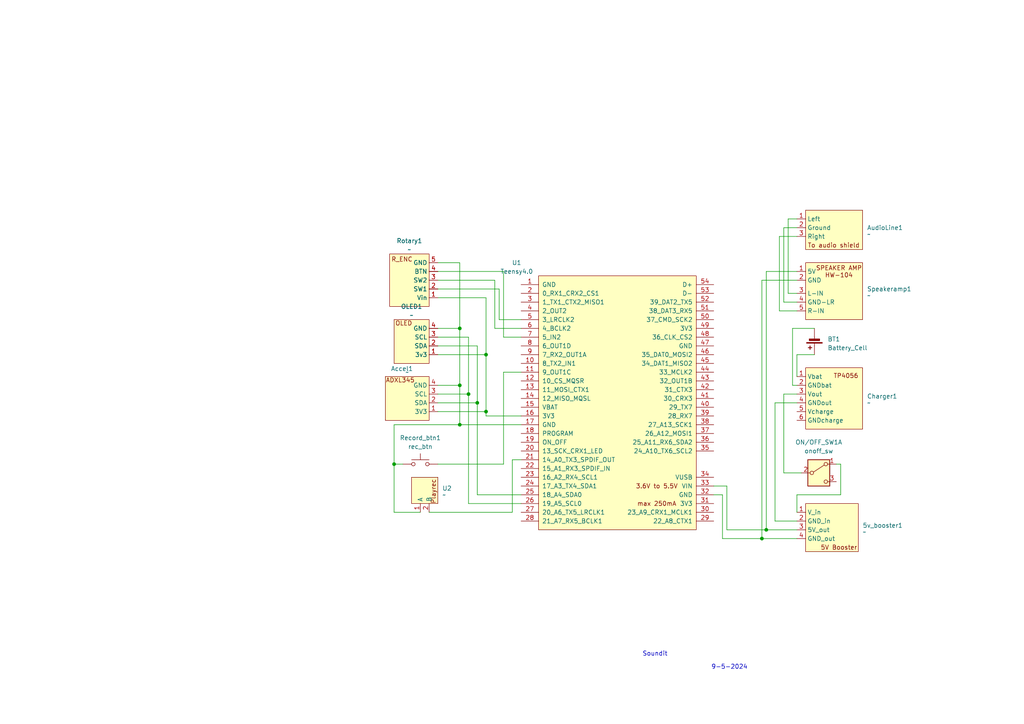
<source format=kicad_sch>
(kicad_sch (version 20231120) (generator "eeschema") (generator_version "8.0")
  (paper "A4")
  (lib_symbols
    (symbol "1_geert_symlib:Audio_Shield_4_Line"
      (property "Reference" "U" (at 0 0 0))
      (symbol "Audio_Shield_4_Line_1_1"
        (rectangle (start 2.54 5.08) (end 19.05 -6.35) (fill (type background)))
        (text "To audio shield" (at 10.668 -5.08 0) (effects (font (size 1.27 1.27))))
        (pin input line (at 0 2.54 0) (length 2.54) (name "Left") (number "1"))
        (pin input line (at 0 0 0) (length 2.54) (name "Ground") (number "2"))
        (pin input line (at 0 -2.54 0) (length 2.54) (name "Right") (number "3"))
      )
    )
    (symbol "1_geert_symlib:BOOSTER_5V"
      (property "Reference" "U" (at 0 -1.27 0))
      (symbol "BOOSTER_5V_1_1"
        (rectangle (start 2.54 6.35) (end 17.78 -7.62) (fill (type background)))
        (text "5V Booster" (at 12.192 -6.35 0) (effects (font (size 1.27 1.27))))
        (pin input line (at 0 3.81 0) (length 2.54) (name "V_in") (number "1"))
        (pin input line (at 0 1.27 0) (length 2.54) (name "GND_in") (number "2"))
        (pin output line (at 0 -1.27 0) (length 2.54) (name "5V_out") (number "3"))
        (pin output line (at 0 -3.81 0) (length 2.54) (name "GND_out") (number "4"))
      )
    )
    (symbol "1_geert_symlib:OLED_SSD1306"
      (property "Reference" "U" (at 0 0 0))
      (symbol "OLED_SSD1306_1_1"
        (rectangle (start 2.54 6.35) (end 12.7 -6.35) (fill (type background)))
        (text "OLED" (at 9.906 -5.334 0) (effects (font (size 1.27 1.27))))
        (pin input line (at 0 3.81 0) (length 2.54) (name "3v3") (number "1"))
        (pin bidirectional line (at 0 1.27 0) (length 2.54) (name "SDA") (number "2"))
        (pin bidirectional line (at 0 -1.27 0) (length 2.54) (name "SCL") (number "3"))
        (pin input line (at 0 -3.81 0) (length 2.54) (name "GND") (number "4"))
      )
    )
    (symbol "1_geert_symlib:TP4056_LiPo_protector"
      (property "Reference" "U" (at 0 0 0))
      (symbol "TP4056_LiPo_protector_1_1"
        (rectangle (start 2.54 8.89) (end 19.05 -8.89) (fill (type background)))
        (text "TP4056" (at 14.224 6.604 0) (effects (font (size 1.27 1.27))))
        (pin input line (at 0 6.35 0) (length 2.54) (name "Vbat") (number "1"))
        (pin input line (at 0 3.81 0) (length 2.54) (name "GNDbat") (number "2"))
        (pin input line (at 0 1.27 0) (length 2.54) (name "Vout") (number "3"))
        (pin input line (at 0 -1.27 0) (length 2.54) (name "GNDout") (number "4"))
        (pin input line (at 0 -3.81 0) (length 2.54) (name "Vcharge") (number "5"))
        (pin input line (at 0 -6.35 0) (length 2.54) (name "GNDcharge") (number "6"))
      )
    )
    (symbol "1_geert_symlib:playrecsw"
      (property "Reference" "U" (at 0 0 0))
      (symbol "playrecsw_1_1"
        (rectangle (start 2.54 5.08) (end 10.16 -2.54) (fill (type background)))
        (text "Playrec" (at 6.096 -1.27 0) (effects (font (size 1.27 1.27))))
        (pin bidirectional line (at 0 2.54 0) (length 2.54) (name "A") (number "1"))
        (pin bidirectional line (at 0 0 0) (length 2.54) (name "B") (number "2"))
      )
    )
    (symbol "ADXL345_1"
      (property "Reference" "U" (at 0 0 0))
      (symbol "ADXL345_1_1_1"
        (rectangle (start 2.54 5.08) (end 15.24 -7.62) (fill (type background)))
        (text "ADXL345" (at 10.922 -6.604 0) (effects (font (size 1.27 1.27))))
        (pin input line (at 0 2.54 0) (length 2.54) (name "3V3") (number "1"))
        (pin bidirectional line (at 0 0 0) (length 2.54) (name "SDA") (number "2"))
        (pin bidirectional line (at 0 -2.54 0) (length 2.54) (name "SCL") (number "3"))
        (pin input line (at 0 -5.08 0) (length 2.54) (name "GND") (number "4"))
      )
    )
    (symbol "Device:Battery_Cell" (pin_numbers hide) (pin_names (offset 0) hide)
      (property "Reference" "BT" (at 2.54 2.54 0))
      (property "Value" "Battery_Cell" (at 2.54 0 0))
      (symbol "Battery_Cell_0_1"
        (rectangle (start -2.286 1.778) (end 2.286 1.524) (fill (type outline)))
        (rectangle (start -1.524 1.016) (end 1.524 0.508) (fill (type outline)))
        (polyline (pts (xy 0 0.762) (xy 0 0)))
        (polyline (pts (xy 0 1.778) (xy 0 2.54)))
        (polyline (pts (xy 0.762 3.048) (xy 1.778 3.048)) (stroke (width 0.254)))
        (polyline (pts (xy 1.27 3.556) (xy 1.27 2.54)) (stroke (width 0.254)))
      )
      (symbol "Battery_Cell_1_1"
        (pin passive line (at 0 5.08 270) (length 2.54) (name "+") (number "1"))
        (pin passive line (at 0 -2.54 90) (length 2.54) (name "-") (number "2"))
      )
    )
    (symbol "Rotary_clickable_filtered_1"
      (property "Reference" "U" (at 0.254 -1.27 0))
      (symbol "Rotary_clickable_filtered_1_1_1"
        (rectangle (start 2.54 7.62) (end 13.97 -7.62) (fill (type background)))
        (text "R_ENC" (at 10.414 -6.096 0) (effects (font (size 1.27 1.27))))
        (pin input line (at 0 5.08 0) (length 2.54) (name "Vin") (number "1"))
        (pin bidirectional line (at 0 2.54 0) (length 2.54) (name "SW1") (number "2"))
        (pin bidirectional line (at 0 0 0) (length 2.54) (name "SW2") (number "3"))
        (pin bidirectional line (at 0 -2.54 0) (length 2.54) (name "BTN") (number "4"))
        (pin input line (at 0 -5.08 0) (length 2.54) (name "GND") (number "5"))
      )
    )
    (symbol "Speaker_amp_HW-104_1"
      (property "Reference" "U" (at 0 0 0))
      (symbol "Speaker_amp_HW-104_1_1_1"
        (rectangle (start 2.54 6.35) (end 19.05 -10.16) (fill (type background)))
        (text "SPEAKER AMP\nHW-104" (at 12.192 3.81 0) (effects (font (size 1.27 1.27))))
        (pin power_in line (at 0 3.81 0) (length 2.54) (name "5V") (number "1"))
        (pin power_in line (at 0 1.27 0) (length 2.54) (name "GND") (number "2"))
        (pin input line (at 0 -2.54 0) (length 2.54) (name "L-IN") (number "3"))
        (pin input line (at 0 -5.08 0) (length 2.54) (name "GND-LR") (number "4"))
        (pin input line (at 0 -7.62 0) (length 2.54) (name "R-IN") (number "5"))
      )
    )
    (symbol "Switch:SW_DPDT_x2" (pin_names (offset 0) hide)
      (property "Reference" "SW" (at 0 5.08 0))
      (property "Value" "SW_DPDT_x2" (at 0 -5.08 0))
      (symbol "SW_DPDT_x2_0_0"
        (circle (center -2.032 0) (radius 0.508))
        (circle (center 2.032 -2.54) (radius 0.508))
      )
      (symbol "SW_DPDT_x2_0_1"
        (rectangle (start -3.175 3.81) (end 3.175 -3.81) (stroke (width 0.254)) (fill (type background)))
        (polyline (pts (xy -1.524 0.254) (xy 1.5748 2.286)))
        (circle (center 2.032 2.54) (radius 0.508))
      )
      (symbol "SW_DPDT_x2_1_1"
        (pin passive line (at 5.08 2.54 180) (length 2.54) (name "A") (number "1"))
        (pin passive line (at -5.08 0 0) (length 2.54) (name "B") (number "2"))
        (pin passive line (at 5.08 -2.54 180) (length 2.54) (name "C") (number "3"))
      )
      (symbol "SW_DPDT_x2_2_1"
        (pin passive line (at 5.08 2.54 180) (length 2.54) (name "A") (number "4"))
        (pin passive line (at -5.08 0 0) (length 2.54) (name "B") (number "5"))
        (pin passive line (at 5.08 -2.54 180) (length 2.54) (name "C") (number "6"))
      )
    )
    (symbol "Switch:SW_Push" (pin_numbers hide) (pin_names (offset 1.016) hide)
      (property "Reference" "SW" (at 1.27 2.54 0))
      (property "Value" "SW_Push" (at 0 -1.524 0))
      (symbol "SW_Push_0_1"
        (circle (center -2.032 0) (radius 0.508))
        (polyline (pts (xy 0 1.27) (xy 0 3.048)))
        (polyline (pts (xy 2.54 1.27) (xy -2.54 1.27)))
        (circle (center 2.032 0) (radius 0.508))
        (pin passive line (at -5.08 0 0) (length 2.54) (name "1") (number "1"))
        (pin passive line (at 5.08 0 180) (length 2.54) (name "2") (number "2"))
      )
    )
    (symbol "teensy:Teensy4.0" (pin_names (offset 1.016))
      (property "Reference" "U1" (at 1.2701 -38.1 90))
      (property "Value" "Teensy4.0" (at -1.2699 -38.1 90))
      (symbol "Teensy4.0_0_0"
        (text "3.6V to 5.5V" (at 11.43 -24.13 0) (effects (font (size 1.27 1.27))))
        (text "max 250mA" (at 11.43 -29.21 0) (effects (font (size 1.27 1.27))))
        (pin bidirectional line (at -27.94 11.43 0) (length 5.08) (name "8_TX2_IN1") (number "10"))
        (pin bidirectional line (at -27.94 8.89 0) (length 5.08) (name "9_OUT1C") (number "11"))
        (pin bidirectional line (at -27.94 6.35 0) (length 5.08) (name "10_CS_MQSR") (number "12"))
        (pin bidirectional line (at -27.94 3.81 0) (length 5.08) (name "11_MOSI_CTX1") (number "13"))
        (pin bidirectional line (at -27.94 1.27 0) (length 5.08) (name "12_MISO_MQSL") (number "14"))
        (pin power_in line (at -27.94 -1.27 0) (length 5.08) (name "VBAT") (number "15"))
        (pin power_in line (at -27.94 -3.81 0) (length 5.08) (name "3V3") (number "16"))
        (pin power_in line (at -27.94 -6.35 0) (length 5.08) (name "GND") (number "17"))
        (pin input line (at -27.94 -8.89 0) (length 5.08) (name "PROGRAM") (number "18"))
        (pin input line (at -27.94 -11.43 0) (length 5.08) (name "ON_OFF") (number "19"))
        (pin bidirectional line (at -27.94 -13.97 0) (length 5.08) (name "13_SCK_CRX1_LED") (number "20"))
        (pin bidirectional line (at -27.94 -16.51 0) (length 5.08) (name "14_A0_TX3_SPDIF_OUT") (number "21"))
        (pin bidirectional line (at -27.94 -19.05 0) (length 5.08) (name "15_A1_RX3_SPDIF_IN") (number "22"))
        (pin bidirectional line (at -27.94 -21.59 0) (length 5.08) (name "16_A2_RX4_SCL1") (number "23"))
        (pin bidirectional line (at -27.94 -24.13 0) (length 5.08) (name "17_A3_TX4_SDA1") (number "24"))
        (pin bidirectional line (at -27.94 -26.67 0) (length 5.08) (name "18_A4_SDA0") (number "25"))
        (pin bidirectional line (at -27.94 -29.21 0) (length 5.08) (name "19_A5_SCL0") (number "26"))
        (pin bidirectional line (at -27.94 -31.75 0) (length 5.08) (name "20_A6_TX5_LRCLK1") (number "27"))
        (pin bidirectional line (at -27.94 -34.29 0) (length 5.08) (name "21_A7_RX5_BCLK1") (number "28"))
        (pin bidirectional line (at 27.94 -34.29 180) (length 5.08) (name "22_A8_CTX1") (number "29"))
        (pin bidirectional line (at 27.94 -31.75 180) (length 5.08) (name "23_A9_CRX1_MCLK1") (number "30"))
        (pin power_out line (at 27.94 -29.21 180) (length 5.08) (name "3V3") (number "31"))
        (pin power_in line (at 27.94 -26.67 180) (length 5.08) (name "GND") (number "32"))
        (pin power_in line (at 27.94 -24.13 180) (length 5.08) (name "VIN") (number "33"))
        (pin power_out line (at 27.94 -21.59 180) (length 5.08) (name "VUSB") (number "34"))
        (pin bidirectional line (at 27.94 -13.97 180) (length 5.08) (name "24_A10_TX6_SCL2") (number "35"))
        (pin bidirectional line (at 27.94 -11.43 180) (length 5.08) (name "25_A11_RX6_SDA2") (number "36"))
        (pin bidirectional line (at 27.94 -8.89 180) (length 5.08) (name "26_A12_MOSI1") (number "37"))
        (pin bidirectional line (at 27.94 -6.35 180) (length 5.08) (name "27_A13_SCK1") (number "38"))
        (pin bidirectional line (at 27.94 -3.81 180) (length 5.08) (name "28_RX7") (number "39"))
        (pin bidirectional line (at 27.94 -1.27 180) (length 5.08) (name "29_TX7") (number "40"))
        (pin bidirectional line (at 27.94 1.27 180) (length 5.08) (name "30_CRX3") (number "41"))
        (pin bidirectional line (at 27.94 3.81 180) (length 5.08) (name "31_CTX3") (number "42"))
        (pin bidirectional line (at 27.94 6.35 180) (length 5.08) (name "32_OUT1B") (number "43"))
        (pin bidirectional line (at 27.94 8.89 180) (length 5.08) (name "33_MCLK2") (number "44"))
        (pin bidirectional line (at 27.94 11.43 180) (length 5.08) (name "34_DAT1_MISO2") (number "45"))
        (pin bidirectional line (at 27.94 13.97 180) (length 5.08) (name "35_DAT0_MOSI2") (number "46"))
        (pin power_out line (at 27.94 16.51 180) (length 5.08) (name "GND") (number "47"))
        (pin bidirectional line (at 27.94 19.05 180) (length 5.08) (name "36_CLK_CS2") (number "48"))
        (pin power_out line (at 27.94 21.59 180) (length 5.08) (name "3V3") (number "49"))
        (pin bidirectional line (at -27.94 24.13 0) (length 5.08) (name "3_LRCLK2") (number "5"))
        (pin bidirectional line (at 27.94 24.13 180) (length 5.08) (name "37_CMD_SCK2") (number "50"))
        (pin bidirectional line (at 27.94 26.67 180) (length 5.08) (name "38_DAT3_RX5") (number "51"))
        (pin bidirectional line (at 27.94 29.21 180) (length 5.08) (name "39_DAT2_TX5") (number "52"))
        (pin bidirectional line (at 27.94 31.75 180) (length 5.08) (name "D-") (number "53"))
        (pin bidirectional line (at 27.94 34.29 180) (length 5.08) (name "D+") (number "54"))
        (pin bidirectional line (at -27.94 21.59 0) (length 5.08) (name "4_BCLK2") (number "6"))
        (pin bidirectional line (at -27.94 19.05 0) (length 5.08) (name "5_IN2") (number "7"))
        (pin bidirectional line (at -27.94 16.51 0) (length 5.08) (name "6_OUT1D") (number "8"))
        (pin bidirectional line (at -27.94 13.97 0) (length 5.08) (name "7_RX2_OUT1A") (number "9"))
      )
      (symbol "Teensy4.0_0_1"
        (rectangle (start -20.32 -31.75) (end -20.32 -31.75))
      )
      (symbol "Teensy4.0_1_1"
        (rectangle (start -22.86 36.83) (end 22.86 -36.83) (fill (type background)))
        (pin power_in line (at -27.94 34.29 0) (length 5.08) (name "GND") (number "1"))
        (pin bidirectional line (at -27.94 31.75 0) (length 5.08) (name "0_RX1_CRX2_CS1") (number "2"))
        (pin bidirectional line (at -27.94 29.21 0) (length 5.08) (name "1_TX1_CTX2_MISO1") (number "3"))
        (pin bidirectional line (at -27.94 26.67 0) (length 5.08) (name "2_OUT2") (number "4"))
      )
    )
  )
  (junction (at 138.43 116.84))
  (junction (at 133.35 95.25))
  (junction (at 114.3 134.62))
  (junction (at 133.35 111.76))
  (junction (at 133.35 123.19))
  (junction (at 220.98 156.21))
  (junction (at 135.89 114.3))
  (junction (at 222.25 153.67))
  (junction (at 140.97 119.38))
  (junction (at 140.97 102.87))
  (wire (pts (xy 135.89 97.79) (xy 135.89 114.3)))
  (wire (pts (xy 127 114.3) (xy 135.89 114.3)))
  (wire (pts (xy 231.14 68.58) (xy 226.06 68.58)))
  (wire (pts (xy 229.87 111.76) (xy 231.14 111.76)))
  (wire (pts (xy 143.51 95.25) (xy 151.13 95.25)))
  (wire (pts (xy 236.22 95.25) (xy 229.87 95.25)))
  (wire (pts (xy 210.82 140.97) (xy 207.01 140.97)))
  (wire (pts (xy 144.78 92.71) (xy 151.13 92.71)))
  (wire (pts (xy 231.14 63.5) (xy 228.6 63.5)))
  (wire (pts (xy 231.14 153.67) (xy 222.25 153.67)))
  (wire (pts (xy 228.6 63.5) (xy 228.6 85.09)))
  (wire (pts (xy 140.97 120.65) (xy 140.97 119.38)))
  (wire (pts (xy 133.35 76.2) (xy 133.35 95.25)))
  (wire (pts (xy 209.55 156.21) (xy 209.55 143.51)))
  (wire (pts (xy 209.55 156.21) (xy 220.98 156.21)))
  (wire (pts (xy 220.98 156.21) (xy 220.98 81.28)))
  (wire (pts (xy 133.35 123.19) (xy 133.35 111.76)))
  (wire (pts (xy 207.01 143.51) (xy 209.55 143.51)))
  (wire (pts (xy 222.25 78.74) (xy 231.14 78.74)))
  (wire (pts (xy 227.33 66.04) (xy 227.33 87.63)))
  (wire (pts (xy 127 78.74) (xy 146.05 78.74)))
  (wire (pts (xy 228.6 85.09) (xy 231.14 85.09)))
  (wire (pts (xy 114.3 134.62) (xy 114.3 148.59)))
  (wire (pts (xy 133.35 111.76) (xy 133.35 95.25)))
  (wire (pts (xy 138.43 100.33) (xy 127 100.33)))
  (wire (pts (xy 231.14 143.51) (xy 243.84 143.51)))
  (wire (pts (xy 140.97 86.36) (xy 140.97 102.87)))
  (wire (pts (xy 114.3 148.59) (xy 121.92 148.59)))
  (wire (pts (xy 148.59 133.35) (xy 151.13 133.35)))
  (wire (pts (xy 114.3 134.62) (xy 114.3 123.19)))
  (wire (pts (xy 229.87 95.25) (xy 229.87 111.76)))
  (wire (pts (xy 140.97 119.38) (xy 140.97 102.87)))
  (wire (pts (xy 146.05 78.74) (xy 146.05 97.79)))
  (wire (pts (xy 227.33 87.63) (xy 231.14 87.63)))
  (wire (pts (xy 127 95.25) (xy 133.35 95.25)))
  (wire (pts (xy 148.59 148.59) (xy 148.59 133.35)))
  (wire (pts (xy 231.14 114.3) (xy 227.33 114.3)))
  (wire (pts (xy 210.82 153.67) (xy 210.82 140.97)))
  (wire (pts (xy 124.46 148.59) (xy 148.59 148.59)))
  (wire (pts (xy 231.14 109.22) (xy 231.14 102.87)))
  (wire (pts (xy 138.43 116.84) (xy 138.43 100.33)))
  (wire (pts (xy 127 134.62) (xy 146.05 134.62)))
  (wire (pts (xy 116.84 134.62) (xy 114.3 134.62)))
  (wire (pts (xy 224.79 116.84) (xy 224.79 151.13)))
  (wire (pts (xy 127 86.36) (xy 140.97 86.36)))
  (wire (pts (xy 143.51 81.28) (xy 143.51 95.25)))
  (wire (pts (xy 127 102.87) (xy 140.97 102.87)))
  (wire (pts (xy 146.05 107.95) (xy 146.05 134.62)))
  (wire (pts (xy 242.57 134.62) (xy 243.84 134.62)))
  (wire (pts (xy 151.13 143.51) (xy 138.43 143.51)))
  (wire (pts (xy 231.14 66.04) (xy 227.33 66.04)))
  (wire (pts (xy 227.33 114.3) (xy 227.33 137.16)))
  (wire (pts (xy 127 76.2) (xy 133.35 76.2)))
  (wire (pts (xy 127 97.79) (xy 135.89 97.79)))
  (wire (pts (xy 227.33 137.16) (xy 232.41 137.16)))
  (wire (pts (xy 231.14 116.84) (xy 224.79 116.84)))
  (wire (pts (xy 151.13 123.19) (xy 133.35 123.19)))
  (wire (pts (xy 135.89 114.3) (xy 135.89 146.05)))
  (wire (pts (xy 127 81.28) (xy 143.51 81.28)))
  (wire (pts (xy 114.3 123.19) (xy 133.35 123.19)))
  (wire (pts (xy 127 116.84) (xy 138.43 116.84)))
  (wire (pts (xy 127 119.38) (xy 140.97 119.38)))
  (wire (pts (xy 127 83.82) (xy 144.78 83.82)))
  (wire (pts (xy 222.25 153.67) (xy 222.25 78.74)))
  (wire (pts (xy 231.14 102.87) (xy 236.22 102.87)))
  (wire (pts (xy 220.98 156.21) (xy 231.14 156.21)))
  (wire (pts (xy 135.89 146.05) (xy 151.13 146.05)))
  (wire (pts (xy 231.14 143.51) (xy 231.14 148.59)))
  (wire (pts (xy 226.06 90.17) (xy 231.14 90.17)))
  (wire (pts (xy 144.78 83.82) (xy 144.78 92.71)))
  (wire (pts (xy 146.05 107.95) (xy 151.13 107.95)))
  (wire (pts (xy 138.43 143.51) (xy 138.43 116.84)))
  (wire (pts (xy 127 111.76) (xy 133.35 111.76)))
  (wire (pts (xy 222.25 153.67) (xy 210.82 153.67)))
  (wire (pts (xy 151.13 120.65) (xy 140.97 120.65)))
  (wire (pts (xy 146.05 97.79) (xy 151.13 97.79)))
  (wire (pts (xy 220.98 81.28) (xy 231.14 81.28)))
  (wire (pts (xy 224.79 151.13) (xy 231.14 151.13)))
  (wire (pts (xy 243.84 134.62) (xy 243.84 143.51)))
  (wire (pts (xy 226.06 68.58) (xy 226.06 90.17)))
  (text "9-5-2024" (at 211.582 193.548 0) (effects (font (size 1.27 1.27))))
  (text "Soundit" (at 189.992 189.738 0) (effects (font (size 1.27 1.27))))
  (symbol (lib_id "Switch:SW_DPDT_x2") (at 237.49 137.16 0) (unit 1)
    (property "Reference" "ON/OFF_SW1" (at 237.49 128.27 0))
    (property "Value" "onoff_sw" (at 237.49 130.81 0))
    (property "Footprint" "Connector_PinHeader_2.54mm:PinHeader_1x02_P2.54mm_Vertical" (effects (hide yes)))
    (property "Description" "Switch, dual pole double throw, separate symbols" (effects (hide yes)))
  )
  (symbol (lib_name "Speaker_amp_HW-104_1") (lib_id "1_geert_symlib:Speaker_amp_HW-104") (at 231.14 82.55 0) (unit 1)
    (property "Reference" "Speakeramp1" (at 251.46 83.8199 0) (effects (justify left)))
    (property "Value" "~" (at 251.46 85.725 0) (effects (justify left)))
    (property "Footprint" "Connector_PinHeader_2.54mm:PinHeader_1x05_P2.54mm_Vertical" (effects (hide yes)))
  )
  (symbol (lib_id "1_geert_symlib:TP4056_LiPo_protector") (at 231.14 115.57 0) (unit 1)
    (property "Reference" "Charger1" (at 251.46 114.9349 0) (effects (justify left)))
    (property "Value" "~" (at 251.46 116.84 0) (effects (justify left)))
    (property "Footprint" "Connector_PinHeader_2.54mm:PinHeader_1x06_P2.54mm_Vertical" (effects (hide yes)))
  )
  (symbol (lib_name "Rotary_clickable_filtered_1") (lib_id "1_geert_symlib:Rotary_clickable_filtered") (at 127 81.28 180) (unit 1)
    (property "Reference" "Rotary1" (at 118.745 69.85 0))
    (property "Value" "~" (at 118.745 72.39 0))
    (property "Footprint" "Connector_PinHeader_2.54mm:PinHeader_1x05_P2.54mm_Vertical" (effects (hide yes)))
  )
  (symbol (lib_id "Device:Battery_Cell") (at 236.22 97.79 180) (unit 1)
    (property "Reference" "BT1" (at 240.03 98.3614 0) (effects (justify right)))
    (property "Value" "Battery_Cell" (at 240.03 100.9014 0) (effects (justify right)))
    (property "Footprint" "Connector_PinHeader_1.27mm:PinHeader_1x02_P1.27mm_Vertical" (effects (hide yes)))
    (property "Description" "Single-cell battery" (effects (hide yes)))
  )
  (symbol (lib_id "1_geert_symlib:Audio_Shield_4_Line") (at 231.14 66.04 0) (unit 1)
    (property "Reference" "AudioLine1" (at 251.46 66.0399 0) (effects (justify left)))
    (property "Value" "~" (at 251.46 67.945 0) (effects (justify left)))
    (property "Footprint" "Connector_PinHeader_2.54mm:PinHeader_1x03_P2.54mm_Vertical" (effects (hide yes)))
  )
  (symbol (lib_name "ADXL345_1") (lib_id "1_geert_symlib:ADXL345") (at 127 116.84 180) (unit 1)
    (property "Reference" "Accel1" (at 116.586 106.934 0))
    (property "Value" "~" (at 118.11 107.95 0))
    (property "Footprint" "Connector_PinHeader_2.54mm:PinHeader_1x04_P2.54mm_Vertical" (effects (hide yes)))
  )
  (symbol (lib_id "Switch:SW_Push") (at 121.92 134.62 0) (unit 1)
    (property "Reference" "Record_btn1" (at 121.92 127 0))
    (property "Value" "rec_btn" (at 121.92 129.54 0))
    (property "Footprint" "Connector_PinHeader_2.54mm:PinHeader_1x02_P2.54mm_Vertical" (effects (hide yes)))
    (property "Description" "Push button switch, generic, two pins" (effects (hide yes)))
  )
  (symbol (lib_id "teensy:Teensy4.0") (at 179.07 116.84 0) (unit 1)
    (property "Reference" "U1" (at 149.86 76.2 0))
    (property "Value" "Teensy4.0" (at 149.86 78.74 0))
    (property "Footprint" "teensy.pretty-master:Teensy40" (effects (hide yes)))
  )
  (symbol (lib_id "1_geert_symlib:playrecsw") (at 124.46 148.59 90) (unit 1)
    (property "Reference" "U2" (at 128.27 141.6363 90) (effects (justify right)))
    (property "Value" "~" (at 128.27 143.5414 90) (effects (justify right)))
    (property "Footprint" "Connector_PinHeader_2.54mm:PinHeader_1x02_P2.54mm_Vertical" (effects (hide yes)))
  )
  (symbol (lib_id "1_geert_symlib:BOOSTER_5V") (at 231.14 152.4 0) (unit 1)
    (property "Reference" "5v_booster1" (at 250.19 152.3999 0) (effects (justify left)))
    (property "Value" "~" (at 250.19 154.305 0) (effects (justify left)))
    (property "Footprint" "Connector_PinHeader_2.54mm:PinHeader_1x04_P2.54mm_Vertical" (effects (hide yes)))
  )
  (symbol (lib_id "1_geert_symlib:OLED_SSD1306") (at 127 99.06 180) (unit 1)
    (property "Reference" "OLED1" (at 119.38 88.9 0))
    (property "Value" "~" (at 119.38 91.44 0))
    (property "Footprint" "Connector_PinHeader_2.54mm:PinHeader_1x04_P2.54mm_Vertical" (effects (hide yes)))
  )
)
</source>
